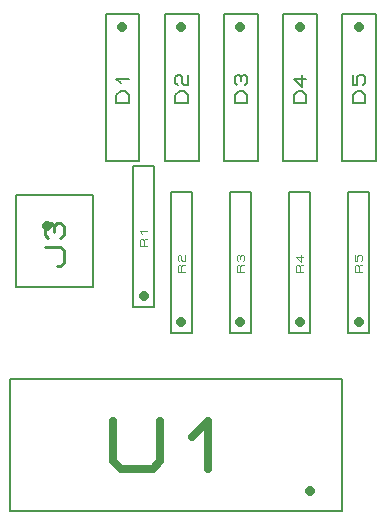
<source format=gbr>
G04 PROTEUS GERBER X2 FILE*
%TF.GenerationSoftware,Labcenter,Proteus,8.9-SP0-Build27865*%
%TF.CreationDate,2020-09-01T01:31:35+00:00*%
%TF.FileFunction,AssemblyDrawing,Top*%
%TF.FilePolarity,Positive*%
%TF.Part,Single*%
%TF.SameCoordinates,{645d2930-4b01-4661-932c-4068817f58a5}*%
%FSLAX45Y45*%
%MOMM*%
G01*
%TA.AperFunction,Material*%
%ADD15C,0.203200*%
%ADD19C,0.812800*%
%ADD70C,0.172210*%
%ADD71C,0.106680*%
%ADD20C,0.260770*%
%ADD21C,0.672190*%
%TD.AperFunction*%
D15*
X-8642240Y+7119700D02*
X-8355220Y+7119700D01*
X-8355220Y+8364300D01*
X-8642240Y+8364300D01*
X-8642240Y+7119700D01*
D19*
X-8500000Y+8250000D02*
X-8500000Y+8250000D01*
D70*
X-8447066Y+7604231D02*
X-8550393Y+7604231D01*
X-8550393Y+7673115D01*
X-8515951Y+7707557D01*
X-8481508Y+7707557D01*
X-8447066Y+7673115D01*
X-8447066Y+7604231D01*
X-8515951Y+7776442D02*
X-8550393Y+7810884D01*
X-8447066Y+7810884D01*
D15*
X-8142240Y+7119700D02*
X-7855220Y+7119700D01*
X-7855220Y+8364300D01*
X-8142240Y+8364300D01*
X-8142240Y+7119700D01*
D19*
X-8000000Y+8250000D02*
X-8000000Y+8250000D01*
D70*
X-7947066Y+7604231D02*
X-8050393Y+7604231D01*
X-8050393Y+7673115D01*
X-8015951Y+7707557D01*
X-7981508Y+7707557D01*
X-7947066Y+7673115D01*
X-7947066Y+7604231D01*
X-8033172Y+7759221D02*
X-8050393Y+7776442D01*
X-8050393Y+7828105D01*
X-8033172Y+7845326D01*
X-8015951Y+7845326D01*
X-7998730Y+7828105D01*
X-7998730Y+7776442D01*
X-7981508Y+7759221D01*
X-7947066Y+7759221D01*
X-7947066Y+7845326D01*
D15*
X-7642240Y+7119700D02*
X-7355220Y+7119700D01*
X-7355220Y+8364300D01*
X-7642240Y+8364300D01*
X-7642240Y+7119700D01*
D19*
X-7500000Y+8250000D02*
X-7500000Y+8250000D01*
D70*
X-7447066Y+7604231D02*
X-7550393Y+7604231D01*
X-7550393Y+7673115D01*
X-7515951Y+7707557D01*
X-7481508Y+7707557D01*
X-7447066Y+7673115D01*
X-7447066Y+7604231D01*
X-7533172Y+7759221D02*
X-7550393Y+7776442D01*
X-7550393Y+7828105D01*
X-7533172Y+7845326D01*
X-7515951Y+7845326D01*
X-7498730Y+7828105D01*
X-7481508Y+7845326D01*
X-7464287Y+7845326D01*
X-7447066Y+7828105D01*
X-7447066Y+7776442D01*
X-7464287Y+7759221D01*
X-7498730Y+7793663D02*
X-7498730Y+7828105D01*
D15*
X-7142240Y+7119700D02*
X-6855220Y+7119700D01*
X-6855220Y+8364300D01*
X-7142240Y+8364300D01*
X-7142240Y+7119700D01*
D19*
X-7000000Y+8250000D02*
X-7000000Y+8250000D01*
D70*
X-6947066Y+7604231D02*
X-7050393Y+7604231D01*
X-7050393Y+7673115D01*
X-7015951Y+7707557D01*
X-6981508Y+7707557D01*
X-6947066Y+7673115D01*
X-6947066Y+7604231D01*
X-6981508Y+7845326D02*
X-6981508Y+7742000D01*
X-7050393Y+7810884D01*
X-6947066Y+7810884D01*
D15*
X-6642240Y+7119700D02*
X-6355220Y+7119700D01*
X-6355220Y+8364300D01*
X-6642240Y+8364300D01*
X-6642240Y+7119700D01*
D19*
X-6500000Y+8250000D02*
X-6500000Y+8250000D01*
D70*
X-6447066Y+7604231D02*
X-6550393Y+7604231D01*
X-6550393Y+7673115D01*
X-6515951Y+7707557D01*
X-6481508Y+7707557D01*
X-6447066Y+7673115D01*
X-6447066Y+7604231D01*
X-6550393Y+7845326D02*
X-6550393Y+7759221D01*
X-6515951Y+7759221D01*
X-6515951Y+7828105D01*
X-6498730Y+7845326D01*
X-6464287Y+7845326D01*
X-6447066Y+7828105D01*
X-6447066Y+7776442D01*
X-6464287Y+7759221D01*
D15*
X-8408900Y+5881100D02*
X-8231100Y+5881100D01*
X-8231100Y+7074900D01*
X-8408900Y+7074900D01*
X-8408900Y+5881100D01*
D19*
X-8320000Y+5970000D02*
X-8320000Y+5970000D01*
D71*
X-8287996Y+6392656D02*
X-8352004Y+6392656D01*
X-8352004Y+6445996D01*
X-8341336Y+6456664D01*
X-8330668Y+6456664D01*
X-8320000Y+6445996D01*
X-8320000Y+6392656D01*
X-8320000Y+6445996D02*
X-8309332Y+6456664D01*
X-8287996Y+6456664D01*
X-8330668Y+6499336D02*
X-8352004Y+6520672D01*
X-8287996Y+6520672D01*
D15*
X-8088900Y+5661100D02*
X-7911100Y+5661100D01*
X-7911100Y+6854900D01*
X-8088900Y+6854900D01*
X-8088900Y+5661100D01*
D19*
X-8000000Y+5750000D02*
X-8000000Y+5750000D01*
D71*
X-7967996Y+6172656D02*
X-8032004Y+6172656D01*
X-8032004Y+6225996D01*
X-8021336Y+6236664D01*
X-8010668Y+6236664D01*
X-8000000Y+6225996D01*
X-8000000Y+6172656D01*
X-8000000Y+6225996D02*
X-7989332Y+6236664D01*
X-7967996Y+6236664D01*
X-8021336Y+6268668D02*
X-8032004Y+6279336D01*
X-8032004Y+6311340D01*
X-8021336Y+6322008D01*
X-8010668Y+6322008D01*
X-8000000Y+6311340D01*
X-8000000Y+6279336D01*
X-7989332Y+6268668D01*
X-7967996Y+6268668D01*
X-7967996Y+6322008D01*
D15*
X-7588900Y+5661100D02*
X-7411100Y+5661100D01*
X-7411100Y+6854900D01*
X-7588900Y+6854900D01*
X-7588900Y+5661100D01*
D19*
X-7500000Y+5750000D02*
X-7500000Y+5750000D01*
D71*
X-7467996Y+6172656D02*
X-7532004Y+6172656D01*
X-7532004Y+6225996D01*
X-7521336Y+6236664D01*
X-7510668Y+6236664D01*
X-7500000Y+6225996D01*
X-7500000Y+6172656D01*
X-7500000Y+6225996D02*
X-7489332Y+6236664D01*
X-7467996Y+6236664D01*
X-7521336Y+6268668D02*
X-7532004Y+6279336D01*
X-7532004Y+6311340D01*
X-7521336Y+6322008D01*
X-7510668Y+6322008D01*
X-7500000Y+6311340D01*
X-7489332Y+6322008D01*
X-7478664Y+6322008D01*
X-7467996Y+6311340D01*
X-7467996Y+6279336D01*
X-7478664Y+6268668D01*
X-7500000Y+6290004D02*
X-7500000Y+6311340D01*
D15*
X-7088900Y+5661100D02*
X-6911100Y+5661100D01*
X-6911100Y+6854900D01*
X-7088900Y+6854900D01*
X-7088900Y+5661100D01*
D19*
X-7000000Y+5750000D02*
X-7000000Y+5750000D01*
D71*
X-6967996Y+6172656D02*
X-7032004Y+6172656D01*
X-7032004Y+6225996D01*
X-7021336Y+6236664D01*
X-7010668Y+6236664D01*
X-7000000Y+6225996D01*
X-7000000Y+6172656D01*
X-7000000Y+6225996D02*
X-6989332Y+6236664D01*
X-6967996Y+6236664D01*
X-6989332Y+6322008D02*
X-6989332Y+6258000D01*
X-7032004Y+6300672D01*
X-6967996Y+6300672D01*
D15*
X-6588900Y+5661100D02*
X-6411100Y+5661100D01*
X-6411100Y+6854900D01*
X-6588900Y+6854900D01*
X-6588900Y+5661100D01*
D19*
X-6500000Y+5750000D02*
X-6500000Y+5750000D01*
D71*
X-6467996Y+6172656D02*
X-6532004Y+6172656D01*
X-6532004Y+6225996D01*
X-6521336Y+6236664D01*
X-6510668Y+6236664D01*
X-6500000Y+6225996D01*
X-6500000Y+6172656D01*
X-6500000Y+6225996D02*
X-6489332Y+6236664D01*
X-6467996Y+6236664D01*
X-6532004Y+6322008D02*
X-6532004Y+6268668D01*
X-6510668Y+6268668D01*
X-6510668Y+6311340D01*
X-6500000Y+6322008D01*
X-6478664Y+6322008D01*
X-6467996Y+6311340D01*
X-6467996Y+6279336D01*
X-6478664Y+6268668D01*
D15*
X-9404160Y+6045840D02*
X-8748840Y+6045840D01*
X-8748840Y+6828160D01*
X-9404160Y+6828160D01*
X-9404160Y+6045840D01*
D19*
X-9140000Y+6564000D02*
X-9140000Y+6564000D01*
D20*
X-9050423Y+6228382D02*
X-9024345Y+6228382D01*
X-8998268Y+6254459D01*
X-8998268Y+6358768D01*
X-9024345Y+6384845D01*
X-9154732Y+6384845D01*
X-9128655Y+6463077D02*
X-9154732Y+6489154D01*
X-9154732Y+6567386D01*
X-9128655Y+6593463D01*
X-9102577Y+6593463D01*
X-9076500Y+6567386D01*
X-9050423Y+6593463D01*
X-9024345Y+6593463D01*
X-8998268Y+6567386D01*
X-8998268Y+6489154D01*
X-9024345Y+6463077D01*
X-9076500Y+6515231D02*
X-9076500Y+6567386D01*
D15*
X-9448160Y+4149840D02*
X-6637840Y+4149840D01*
X-6637840Y+5270160D01*
X-9448160Y+5270160D01*
X-9448160Y+4149840D01*
D19*
X-6908000Y+4320000D02*
X-6908000Y+4320000D01*
D21*
X-8580753Y+4911657D02*
X-8580753Y+4575561D01*
X-8513534Y+4508342D01*
X-8244658Y+4508342D01*
X-8177439Y+4575561D01*
X-8177439Y+4911657D01*
X-7908562Y+4777219D02*
X-7774124Y+4911657D01*
X-7774124Y+4508342D01*
M02*

</source>
